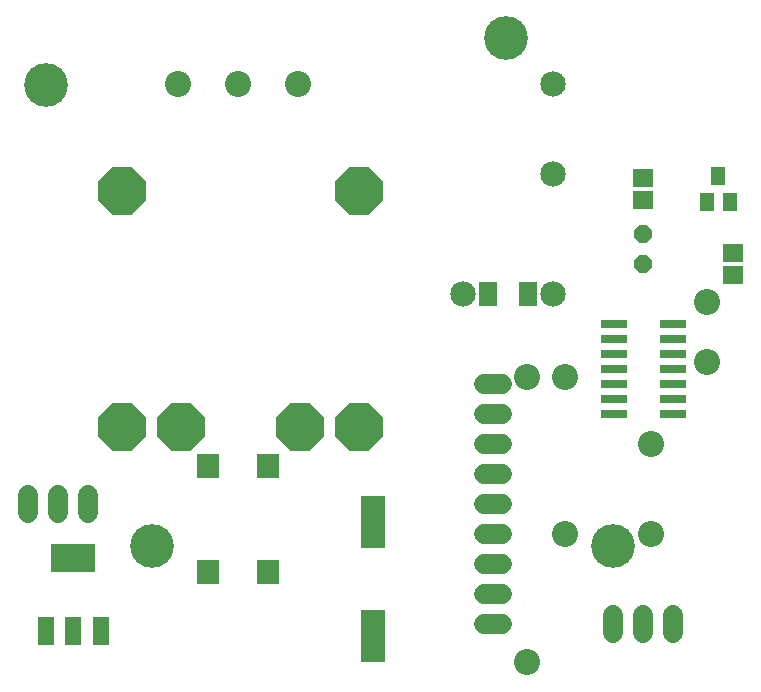
<source format=gbr>
G04 EAGLE Gerber RS-274X export*
G75*
%MOMM*%
%FSLAX34Y34*%
%LPD*%
%INSoldermask Bottom*%
%IPPOS*%
%AMOC8*
5,1,8,0,0,1.08239X$1,22.5*%
G01*
%ADD10C,3.703200*%
%ADD11R,1.703200X1.503200*%
%ADD12P,1.649562X8X112.500000*%
%ADD13R,1.203200X1.603200*%
%ADD14R,1.603200X2.003200*%
%ADD15R,2.171700X0.802300*%
%ADD16R,2.133600X4.521200*%
%ADD17R,1.903200X2.103200*%
%ADD18C,1.727200*%
%ADD19C,2.153200*%
%ADD20C,2.203200*%
%ADD21R,1.422200X2.438200*%
%ADD22R,3.803200X2.403200*%
%ADD23P,4.343848X8X292.500000*%


D10*
X130000Y130000D03*
X520000Y130000D03*
X430000Y560000D03*
X40000Y520000D03*
D11*
X622300Y358800D03*
X622300Y377800D03*
X546100Y441300D03*
X546100Y422300D03*
D12*
X546100Y368300D03*
X546100Y393700D03*
D13*
X609600Y442800D03*
X600100Y420800D03*
X619100Y420800D03*
D14*
X448800Y342900D03*
X414800Y342900D03*
D15*
X570834Y317500D03*
X570834Y304800D03*
X570834Y292100D03*
X570834Y279400D03*
X570834Y266700D03*
X570834Y254000D03*
X570834Y241300D03*
X521366Y241300D03*
X521366Y254000D03*
X521366Y266700D03*
X521366Y279400D03*
X521366Y292100D03*
X521366Y304800D03*
X521366Y317500D03*
D16*
X317500Y149860D03*
X317500Y53340D03*
D17*
X228700Y107400D03*
X177700Y107400D03*
X177700Y197400D03*
X228700Y197400D03*
D18*
X571500Y71120D02*
X571500Y55880D01*
X546100Y55880D02*
X546100Y71120D01*
X520700Y71120D02*
X520700Y55880D01*
D19*
X469900Y342900D03*
X393700Y342900D03*
X469900Y444500D03*
X469900Y520700D03*
D20*
X152189Y520950D03*
X202989Y520950D03*
X253789Y520950D03*
D18*
X76200Y172720D02*
X76200Y157480D01*
X50800Y157480D02*
X50800Y172720D01*
X25400Y172720D02*
X25400Y157480D01*
D21*
X86610Y57910D03*
X63500Y57910D03*
X40390Y57910D03*
D22*
X63500Y119890D03*
D23*
X305176Y430276D03*
X105024Y430276D03*
X105024Y230124D03*
X155062Y230124D03*
X255138Y230124D03*
X305176Y230124D03*
D18*
X411480Y266700D02*
X426720Y266700D01*
X426720Y241300D02*
X411480Y241300D01*
X411480Y215900D02*
X426720Y215900D01*
X426720Y190500D02*
X411480Y190500D01*
X411480Y165100D02*
X426720Y165100D01*
X426720Y139700D02*
X411480Y139700D01*
X411480Y114300D02*
X426720Y114300D01*
X426720Y88900D02*
X411480Y88900D01*
X411480Y63500D02*
X426720Y63500D01*
D20*
X600000Y285000D03*
X600000Y335800D03*
X447600Y31000D03*
X447600Y272500D03*
X480000Y272500D03*
X480000Y139700D03*
X552500Y215900D03*
X552500Y139700D03*
M02*

</source>
